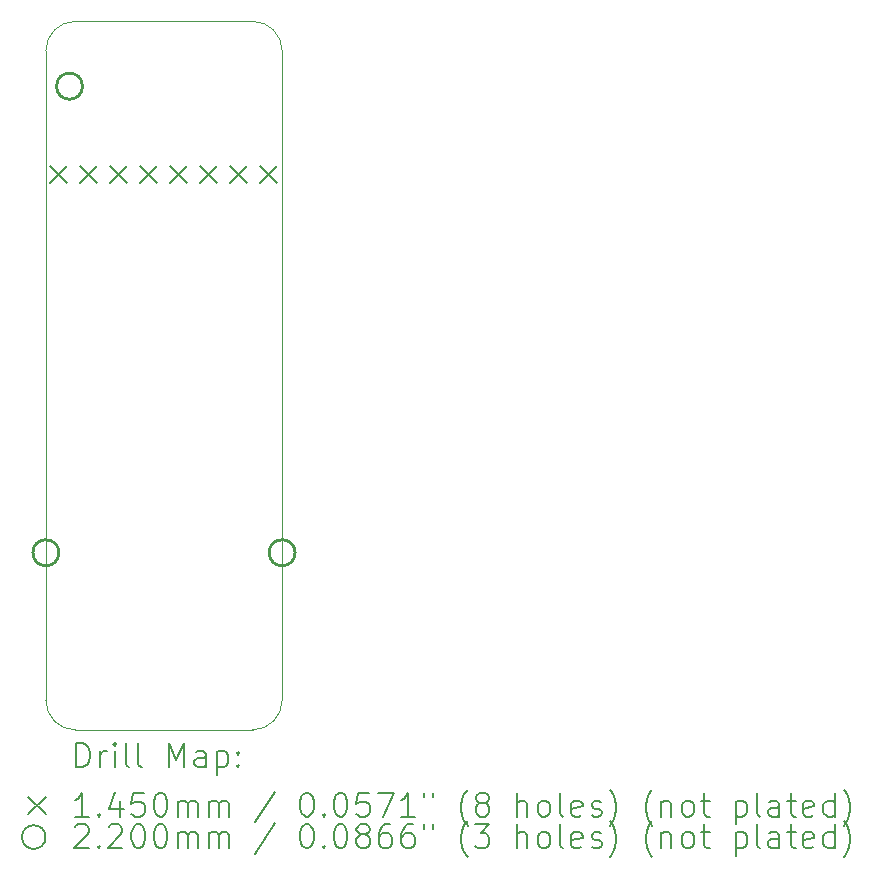
<source format=gbr>
%TF.GenerationSoftware,KiCad,Pcbnew,8.0.7+1*%
%TF.CreationDate,2025-02-11T11:56:57+01:00*%
%TF.ProjectId,ts13_dev_kit,74733133-5f64-4657-965f-6b69742e6b69,rev?*%
%TF.SameCoordinates,Original*%
%TF.FileFunction,Drillmap*%
%TF.FilePolarity,Positive*%
%FSLAX45Y45*%
G04 Gerber Fmt 4.5, Leading zero omitted, Abs format (unit mm)*
G04 Created by KiCad (PCBNEW 8.0.7+1) date 2025-02-11 11:56:57*
%MOMM*%
%LPD*%
G01*
G04 APERTURE LIST*
%ADD10C,0.050000*%
%ADD11C,0.200000*%
%ADD12C,0.145000*%
%ADD13C,0.220000*%
G04 APERTURE END LIST*
D10*
X12250000Y-11000000D02*
X13750000Y-11000000D01*
X13750000Y-5000000D02*
X12250000Y-5000000D01*
X12000000Y-5250000D02*
G75*
G02*
X12250000Y-5000000I250000J0D01*
G01*
X13750000Y-5000000D02*
G75*
G02*
X14000000Y-5250000I0J-250000D01*
G01*
X12000000Y-5250000D02*
X12000000Y-10750000D01*
X12250000Y-11000000D02*
G75*
G02*
X12000000Y-10750000I0J250000D01*
G01*
X14000000Y-10750000D02*
X14000000Y-5250000D01*
X14000000Y-10750000D02*
G75*
G02*
X13750000Y-11000000I-250000J0D01*
G01*
D11*
D12*
X12036500Y-6227500D02*
X12181500Y-6372500D01*
X12181500Y-6227500D02*
X12036500Y-6372500D01*
X12290500Y-6227500D02*
X12435500Y-6372500D01*
X12435500Y-6227500D02*
X12290500Y-6372500D01*
X12544500Y-6227500D02*
X12689500Y-6372500D01*
X12689500Y-6227500D02*
X12544500Y-6372500D01*
X12798500Y-6227500D02*
X12943500Y-6372500D01*
X12943500Y-6227500D02*
X12798500Y-6372500D01*
X13052500Y-6227500D02*
X13197500Y-6372500D01*
X13197500Y-6227500D02*
X13052500Y-6372500D01*
X13306500Y-6227500D02*
X13451500Y-6372500D01*
X13451500Y-6227500D02*
X13306500Y-6372500D01*
X13560500Y-6227500D02*
X13705500Y-6372500D01*
X13705500Y-6227500D02*
X13560500Y-6372500D01*
X13814500Y-6227500D02*
X13959500Y-6372500D01*
X13959500Y-6227500D02*
X13814500Y-6372500D01*
D13*
X12110000Y-9500000D02*
G75*
G02*
X11890000Y-9500000I-110000J0D01*
G01*
X11890000Y-9500000D02*
G75*
G02*
X12110000Y-9500000I110000J0D01*
G01*
X12310000Y-5550000D02*
G75*
G02*
X12090000Y-5550000I-110000J0D01*
G01*
X12090000Y-5550000D02*
G75*
G02*
X12310000Y-5550000I110000J0D01*
G01*
X14110000Y-9500000D02*
G75*
G02*
X13890000Y-9500000I-110000J0D01*
G01*
X13890000Y-9500000D02*
G75*
G02*
X14110000Y-9500000I110000J0D01*
G01*
D11*
X12258277Y-11313984D02*
X12258277Y-11113984D01*
X12258277Y-11113984D02*
X12305896Y-11113984D01*
X12305896Y-11113984D02*
X12334467Y-11123508D01*
X12334467Y-11123508D02*
X12353515Y-11142555D01*
X12353515Y-11142555D02*
X12363039Y-11161603D01*
X12363039Y-11161603D02*
X12372562Y-11199698D01*
X12372562Y-11199698D02*
X12372562Y-11228269D01*
X12372562Y-11228269D02*
X12363039Y-11266365D01*
X12363039Y-11266365D02*
X12353515Y-11285412D01*
X12353515Y-11285412D02*
X12334467Y-11304460D01*
X12334467Y-11304460D02*
X12305896Y-11313984D01*
X12305896Y-11313984D02*
X12258277Y-11313984D01*
X12458277Y-11313984D02*
X12458277Y-11180650D01*
X12458277Y-11218746D02*
X12467801Y-11199698D01*
X12467801Y-11199698D02*
X12477324Y-11190174D01*
X12477324Y-11190174D02*
X12496372Y-11180650D01*
X12496372Y-11180650D02*
X12515420Y-11180650D01*
X12582086Y-11313984D02*
X12582086Y-11180650D01*
X12582086Y-11113984D02*
X12572562Y-11123508D01*
X12572562Y-11123508D02*
X12582086Y-11133031D01*
X12582086Y-11133031D02*
X12591610Y-11123508D01*
X12591610Y-11123508D02*
X12582086Y-11113984D01*
X12582086Y-11113984D02*
X12582086Y-11133031D01*
X12705896Y-11313984D02*
X12686848Y-11304460D01*
X12686848Y-11304460D02*
X12677324Y-11285412D01*
X12677324Y-11285412D02*
X12677324Y-11113984D01*
X12810658Y-11313984D02*
X12791610Y-11304460D01*
X12791610Y-11304460D02*
X12782086Y-11285412D01*
X12782086Y-11285412D02*
X12782086Y-11113984D01*
X13039229Y-11313984D02*
X13039229Y-11113984D01*
X13039229Y-11113984D02*
X13105896Y-11256841D01*
X13105896Y-11256841D02*
X13172562Y-11113984D01*
X13172562Y-11113984D02*
X13172562Y-11313984D01*
X13353515Y-11313984D02*
X13353515Y-11209222D01*
X13353515Y-11209222D02*
X13343991Y-11190174D01*
X13343991Y-11190174D02*
X13324943Y-11180650D01*
X13324943Y-11180650D02*
X13286848Y-11180650D01*
X13286848Y-11180650D02*
X13267801Y-11190174D01*
X13353515Y-11304460D02*
X13334467Y-11313984D01*
X13334467Y-11313984D02*
X13286848Y-11313984D01*
X13286848Y-11313984D02*
X13267801Y-11304460D01*
X13267801Y-11304460D02*
X13258277Y-11285412D01*
X13258277Y-11285412D02*
X13258277Y-11266365D01*
X13258277Y-11266365D02*
X13267801Y-11247317D01*
X13267801Y-11247317D02*
X13286848Y-11237793D01*
X13286848Y-11237793D02*
X13334467Y-11237793D01*
X13334467Y-11237793D02*
X13353515Y-11228269D01*
X13448753Y-11180650D02*
X13448753Y-11380650D01*
X13448753Y-11190174D02*
X13467801Y-11180650D01*
X13467801Y-11180650D02*
X13505896Y-11180650D01*
X13505896Y-11180650D02*
X13524943Y-11190174D01*
X13524943Y-11190174D02*
X13534467Y-11199698D01*
X13534467Y-11199698D02*
X13543991Y-11218746D01*
X13543991Y-11218746D02*
X13543991Y-11275888D01*
X13543991Y-11275888D02*
X13534467Y-11294936D01*
X13534467Y-11294936D02*
X13524943Y-11304460D01*
X13524943Y-11304460D02*
X13505896Y-11313984D01*
X13505896Y-11313984D02*
X13467801Y-11313984D01*
X13467801Y-11313984D02*
X13448753Y-11304460D01*
X13629705Y-11294936D02*
X13639229Y-11304460D01*
X13639229Y-11304460D02*
X13629705Y-11313984D01*
X13629705Y-11313984D02*
X13620182Y-11304460D01*
X13620182Y-11304460D02*
X13629705Y-11294936D01*
X13629705Y-11294936D02*
X13629705Y-11313984D01*
X13629705Y-11190174D02*
X13639229Y-11199698D01*
X13639229Y-11199698D02*
X13629705Y-11209222D01*
X13629705Y-11209222D02*
X13620182Y-11199698D01*
X13620182Y-11199698D02*
X13629705Y-11190174D01*
X13629705Y-11190174D02*
X13629705Y-11209222D01*
D12*
X11852500Y-11570000D02*
X11997500Y-11715000D01*
X11997500Y-11570000D02*
X11852500Y-11715000D01*
D11*
X12363039Y-11733984D02*
X12248753Y-11733984D01*
X12305896Y-11733984D02*
X12305896Y-11533984D01*
X12305896Y-11533984D02*
X12286848Y-11562555D01*
X12286848Y-11562555D02*
X12267801Y-11581603D01*
X12267801Y-11581603D02*
X12248753Y-11591127D01*
X12448753Y-11714936D02*
X12458277Y-11724460D01*
X12458277Y-11724460D02*
X12448753Y-11733984D01*
X12448753Y-11733984D02*
X12439229Y-11724460D01*
X12439229Y-11724460D02*
X12448753Y-11714936D01*
X12448753Y-11714936D02*
X12448753Y-11733984D01*
X12629705Y-11600650D02*
X12629705Y-11733984D01*
X12582086Y-11524460D02*
X12534467Y-11667317D01*
X12534467Y-11667317D02*
X12658277Y-11667317D01*
X12829705Y-11533984D02*
X12734467Y-11533984D01*
X12734467Y-11533984D02*
X12724943Y-11629222D01*
X12724943Y-11629222D02*
X12734467Y-11619698D01*
X12734467Y-11619698D02*
X12753515Y-11610174D01*
X12753515Y-11610174D02*
X12801134Y-11610174D01*
X12801134Y-11610174D02*
X12820182Y-11619698D01*
X12820182Y-11619698D02*
X12829705Y-11629222D01*
X12829705Y-11629222D02*
X12839229Y-11648269D01*
X12839229Y-11648269D02*
X12839229Y-11695888D01*
X12839229Y-11695888D02*
X12829705Y-11714936D01*
X12829705Y-11714936D02*
X12820182Y-11724460D01*
X12820182Y-11724460D02*
X12801134Y-11733984D01*
X12801134Y-11733984D02*
X12753515Y-11733984D01*
X12753515Y-11733984D02*
X12734467Y-11724460D01*
X12734467Y-11724460D02*
X12724943Y-11714936D01*
X12963039Y-11533984D02*
X12982086Y-11533984D01*
X12982086Y-11533984D02*
X13001134Y-11543508D01*
X13001134Y-11543508D02*
X13010658Y-11553031D01*
X13010658Y-11553031D02*
X13020182Y-11572079D01*
X13020182Y-11572079D02*
X13029705Y-11610174D01*
X13029705Y-11610174D02*
X13029705Y-11657793D01*
X13029705Y-11657793D02*
X13020182Y-11695888D01*
X13020182Y-11695888D02*
X13010658Y-11714936D01*
X13010658Y-11714936D02*
X13001134Y-11724460D01*
X13001134Y-11724460D02*
X12982086Y-11733984D01*
X12982086Y-11733984D02*
X12963039Y-11733984D01*
X12963039Y-11733984D02*
X12943991Y-11724460D01*
X12943991Y-11724460D02*
X12934467Y-11714936D01*
X12934467Y-11714936D02*
X12924943Y-11695888D01*
X12924943Y-11695888D02*
X12915420Y-11657793D01*
X12915420Y-11657793D02*
X12915420Y-11610174D01*
X12915420Y-11610174D02*
X12924943Y-11572079D01*
X12924943Y-11572079D02*
X12934467Y-11553031D01*
X12934467Y-11553031D02*
X12943991Y-11543508D01*
X12943991Y-11543508D02*
X12963039Y-11533984D01*
X13115420Y-11733984D02*
X13115420Y-11600650D01*
X13115420Y-11619698D02*
X13124943Y-11610174D01*
X13124943Y-11610174D02*
X13143991Y-11600650D01*
X13143991Y-11600650D02*
X13172563Y-11600650D01*
X13172563Y-11600650D02*
X13191610Y-11610174D01*
X13191610Y-11610174D02*
X13201134Y-11629222D01*
X13201134Y-11629222D02*
X13201134Y-11733984D01*
X13201134Y-11629222D02*
X13210658Y-11610174D01*
X13210658Y-11610174D02*
X13229705Y-11600650D01*
X13229705Y-11600650D02*
X13258277Y-11600650D01*
X13258277Y-11600650D02*
X13277324Y-11610174D01*
X13277324Y-11610174D02*
X13286848Y-11629222D01*
X13286848Y-11629222D02*
X13286848Y-11733984D01*
X13382086Y-11733984D02*
X13382086Y-11600650D01*
X13382086Y-11619698D02*
X13391610Y-11610174D01*
X13391610Y-11610174D02*
X13410658Y-11600650D01*
X13410658Y-11600650D02*
X13439229Y-11600650D01*
X13439229Y-11600650D02*
X13458277Y-11610174D01*
X13458277Y-11610174D02*
X13467801Y-11629222D01*
X13467801Y-11629222D02*
X13467801Y-11733984D01*
X13467801Y-11629222D02*
X13477324Y-11610174D01*
X13477324Y-11610174D02*
X13496372Y-11600650D01*
X13496372Y-11600650D02*
X13524943Y-11600650D01*
X13524943Y-11600650D02*
X13543991Y-11610174D01*
X13543991Y-11610174D02*
X13553515Y-11629222D01*
X13553515Y-11629222D02*
X13553515Y-11733984D01*
X13943991Y-11524460D02*
X13772563Y-11781603D01*
X14201134Y-11533984D02*
X14220182Y-11533984D01*
X14220182Y-11533984D02*
X14239229Y-11543508D01*
X14239229Y-11543508D02*
X14248753Y-11553031D01*
X14248753Y-11553031D02*
X14258277Y-11572079D01*
X14258277Y-11572079D02*
X14267801Y-11610174D01*
X14267801Y-11610174D02*
X14267801Y-11657793D01*
X14267801Y-11657793D02*
X14258277Y-11695888D01*
X14258277Y-11695888D02*
X14248753Y-11714936D01*
X14248753Y-11714936D02*
X14239229Y-11724460D01*
X14239229Y-11724460D02*
X14220182Y-11733984D01*
X14220182Y-11733984D02*
X14201134Y-11733984D01*
X14201134Y-11733984D02*
X14182086Y-11724460D01*
X14182086Y-11724460D02*
X14172563Y-11714936D01*
X14172563Y-11714936D02*
X14163039Y-11695888D01*
X14163039Y-11695888D02*
X14153515Y-11657793D01*
X14153515Y-11657793D02*
X14153515Y-11610174D01*
X14153515Y-11610174D02*
X14163039Y-11572079D01*
X14163039Y-11572079D02*
X14172563Y-11553031D01*
X14172563Y-11553031D02*
X14182086Y-11543508D01*
X14182086Y-11543508D02*
X14201134Y-11533984D01*
X14353515Y-11714936D02*
X14363039Y-11724460D01*
X14363039Y-11724460D02*
X14353515Y-11733984D01*
X14353515Y-11733984D02*
X14343991Y-11724460D01*
X14343991Y-11724460D02*
X14353515Y-11714936D01*
X14353515Y-11714936D02*
X14353515Y-11733984D01*
X14486848Y-11533984D02*
X14505896Y-11533984D01*
X14505896Y-11533984D02*
X14524944Y-11543508D01*
X14524944Y-11543508D02*
X14534467Y-11553031D01*
X14534467Y-11553031D02*
X14543991Y-11572079D01*
X14543991Y-11572079D02*
X14553515Y-11610174D01*
X14553515Y-11610174D02*
X14553515Y-11657793D01*
X14553515Y-11657793D02*
X14543991Y-11695888D01*
X14543991Y-11695888D02*
X14534467Y-11714936D01*
X14534467Y-11714936D02*
X14524944Y-11724460D01*
X14524944Y-11724460D02*
X14505896Y-11733984D01*
X14505896Y-11733984D02*
X14486848Y-11733984D01*
X14486848Y-11733984D02*
X14467801Y-11724460D01*
X14467801Y-11724460D02*
X14458277Y-11714936D01*
X14458277Y-11714936D02*
X14448753Y-11695888D01*
X14448753Y-11695888D02*
X14439229Y-11657793D01*
X14439229Y-11657793D02*
X14439229Y-11610174D01*
X14439229Y-11610174D02*
X14448753Y-11572079D01*
X14448753Y-11572079D02*
X14458277Y-11553031D01*
X14458277Y-11553031D02*
X14467801Y-11543508D01*
X14467801Y-11543508D02*
X14486848Y-11533984D01*
X14734467Y-11533984D02*
X14639229Y-11533984D01*
X14639229Y-11533984D02*
X14629706Y-11629222D01*
X14629706Y-11629222D02*
X14639229Y-11619698D01*
X14639229Y-11619698D02*
X14658277Y-11610174D01*
X14658277Y-11610174D02*
X14705896Y-11610174D01*
X14705896Y-11610174D02*
X14724944Y-11619698D01*
X14724944Y-11619698D02*
X14734467Y-11629222D01*
X14734467Y-11629222D02*
X14743991Y-11648269D01*
X14743991Y-11648269D02*
X14743991Y-11695888D01*
X14743991Y-11695888D02*
X14734467Y-11714936D01*
X14734467Y-11714936D02*
X14724944Y-11724460D01*
X14724944Y-11724460D02*
X14705896Y-11733984D01*
X14705896Y-11733984D02*
X14658277Y-11733984D01*
X14658277Y-11733984D02*
X14639229Y-11724460D01*
X14639229Y-11724460D02*
X14629706Y-11714936D01*
X14810658Y-11533984D02*
X14943991Y-11533984D01*
X14943991Y-11533984D02*
X14858277Y-11733984D01*
X15124944Y-11733984D02*
X15010658Y-11733984D01*
X15067801Y-11733984D02*
X15067801Y-11533984D01*
X15067801Y-11533984D02*
X15048753Y-11562555D01*
X15048753Y-11562555D02*
X15029706Y-11581603D01*
X15029706Y-11581603D02*
X15010658Y-11591127D01*
X15201134Y-11533984D02*
X15201134Y-11572079D01*
X15277325Y-11533984D02*
X15277325Y-11572079D01*
X15572563Y-11810174D02*
X15563039Y-11800650D01*
X15563039Y-11800650D02*
X15543991Y-11772079D01*
X15543991Y-11772079D02*
X15534468Y-11753031D01*
X15534468Y-11753031D02*
X15524944Y-11724460D01*
X15524944Y-11724460D02*
X15515420Y-11676841D01*
X15515420Y-11676841D02*
X15515420Y-11638746D01*
X15515420Y-11638746D02*
X15524944Y-11591127D01*
X15524944Y-11591127D02*
X15534468Y-11562555D01*
X15534468Y-11562555D02*
X15543991Y-11543508D01*
X15543991Y-11543508D02*
X15563039Y-11514936D01*
X15563039Y-11514936D02*
X15572563Y-11505412D01*
X15677325Y-11619698D02*
X15658277Y-11610174D01*
X15658277Y-11610174D02*
X15648753Y-11600650D01*
X15648753Y-11600650D02*
X15639229Y-11581603D01*
X15639229Y-11581603D02*
X15639229Y-11572079D01*
X15639229Y-11572079D02*
X15648753Y-11553031D01*
X15648753Y-11553031D02*
X15658277Y-11543508D01*
X15658277Y-11543508D02*
X15677325Y-11533984D01*
X15677325Y-11533984D02*
X15715420Y-11533984D01*
X15715420Y-11533984D02*
X15734468Y-11543508D01*
X15734468Y-11543508D02*
X15743991Y-11553031D01*
X15743991Y-11553031D02*
X15753515Y-11572079D01*
X15753515Y-11572079D02*
X15753515Y-11581603D01*
X15753515Y-11581603D02*
X15743991Y-11600650D01*
X15743991Y-11600650D02*
X15734468Y-11610174D01*
X15734468Y-11610174D02*
X15715420Y-11619698D01*
X15715420Y-11619698D02*
X15677325Y-11619698D01*
X15677325Y-11619698D02*
X15658277Y-11629222D01*
X15658277Y-11629222D02*
X15648753Y-11638746D01*
X15648753Y-11638746D02*
X15639229Y-11657793D01*
X15639229Y-11657793D02*
X15639229Y-11695888D01*
X15639229Y-11695888D02*
X15648753Y-11714936D01*
X15648753Y-11714936D02*
X15658277Y-11724460D01*
X15658277Y-11724460D02*
X15677325Y-11733984D01*
X15677325Y-11733984D02*
X15715420Y-11733984D01*
X15715420Y-11733984D02*
X15734468Y-11724460D01*
X15734468Y-11724460D02*
X15743991Y-11714936D01*
X15743991Y-11714936D02*
X15753515Y-11695888D01*
X15753515Y-11695888D02*
X15753515Y-11657793D01*
X15753515Y-11657793D02*
X15743991Y-11638746D01*
X15743991Y-11638746D02*
X15734468Y-11629222D01*
X15734468Y-11629222D02*
X15715420Y-11619698D01*
X15991610Y-11733984D02*
X15991610Y-11533984D01*
X16077325Y-11733984D02*
X16077325Y-11629222D01*
X16077325Y-11629222D02*
X16067801Y-11610174D01*
X16067801Y-11610174D02*
X16048753Y-11600650D01*
X16048753Y-11600650D02*
X16020182Y-11600650D01*
X16020182Y-11600650D02*
X16001134Y-11610174D01*
X16001134Y-11610174D02*
X15991610Y-11619698D01*
X16201134Y-11733984D02*
X16182087Y-11724460D01*
X16182087Y-11724460D02*
X16172563Y-11714936D01*
X16172563Y-11714936D02*
X16163039Y-11695888D01*
X16163039Y-11695888D02*
X16163039Y-11638746D01*
X16163039Y-11638746D02*
X16172563Y-11619698D01*
X16172563Y-11619698D02*
X16182087Y-11610174D01*
X16182087Y-11610174D02*
X16201134Y-11600650D01*
X16201134Y-11600650D02*
X16229706Y-11600650D01*
X16229706Y-11600650D02*
X16248753Y-11610174D01*
X16248753Y-11610174D02*
X16258277Y-11619698D01*
X16258277Y-11619698D02*
X16267801Y-11638746D01*
X16267801Y-11638746D02*
X16267801Y-11695888D01*
X16267801Y-11695888D02*
X16258277Y-11714936D01*
X16258277Y-11714936D02*
X16248753Y-11724460D01*
X16248753Y-11724460D02*
X16229706Y-11733984D01*
X16229706Y-11733984D02*
X16201134Y-11733984D01*
X16382087Y-11733984D02*
X16363039Y-11724460D01*
X16363039Y-11724460D02*
X16353515Y-11705412D01*
X16353515Y-11705412D02*
X16353515Y-11533984D01*
X16534468Y-11724460D02*
X16515420Y-11733984D01*
X16515420Y-11733984D02*
X16477325Y-11733984D01*
X16477325Y-11733984D02*
X16458277Y-11724460D01*
X16458277Y-11724460D02*
X16448753Y-11705412D01*
X16448753Y-11705412D02*
X16448753Y-11629222D01*
X16448753Y-11629222D02*
X16458277Y-11610174D01*
X16458277Y-11610174D02*
X16477325Y-11600650D01*
X16477325Y-11600650D02*
X16515420Y-11600650D01*
X16515420Y-11600650D02*
X16534468Y-11610174D01*
X16534468Y-11610174D02*
X16543991Y-11629222D01*
X16543991Y-11629222D02*
X16543991Y-11648269D01*
X16543991Y-11648269D02*
X16448753Y-11667317D01*
X16620182Y-11724460D02*
X16639230Y-11733984D01*
X16639230Y-11733984D02*
X16677325Y-11733984D01*
X16677325Y-11733984D02*
X16696372Y-11724460D01*
X16696372Y-11724460D02*
X16705896Y-11705412D01*
X16705896Y-11705412D02*
X16705896Y-11695888D01*
X16705896Y-11695888D02*
X16696372Y-11676841D01*
X16696372Y-11676841D02*
X16677325Y-11667317D01*
X16677325Y-11667317D02*
X16648753Y-11667317D01*
X16648753Y-11667317D02*
X16629706Y-11657793D01*
X16629706Y-11657793D02*
X16620182Y-11638746D01*
X16620182Y-11638746D02*
X16620182Y-11629222D01*
X16620182Y-11629222D02*
X16629706Y-11610174D01*
X16629706Y-11610174D02*
X16648753Y-11600650D01*
X16648753Y-11600650D02*
X16677325Y-11600650D01*
X16677325Y-11600650D02*
X16696372Y-11610174D01*
X16772563Y-11810174D02*
X16782087Y-11800650D01*
X16782087Y-11800650D02*
X16801134Y-11772079D01*
X16801134Y-11772079D02*
X16810658Y-11753031D01*
X16810658Y-11753031D02*
X16820182Y-11724460D01*
X16820182Y-11724460D02*
X16829706Y-11676841D01*
X16829706Y-11676841D02*
X16829706Y-11638746D01*
X16829706Y-11638746D02*
X16820182Y-11591127D01*
X16820182Y-11591127D02*
X16810658Y-11562555D01*
X16810658Y-11562555D02*
X16801134Y-11543508D01*
X16801134Y-11543508D02*
X16782087Y-11514936D01*
X16782087Y-11514936D02*
X16772563Y-11505412D01*
X17134468Y-11810174D02*
X17124944Y-11800650D01*
X17124944Y-11800650D02*
X17105896Y-11772079D01*
X17105896Y-11772079D02*
X17096373Y-11753031D01*
X17096373Y-11753031D02*
X17086849Y-11724460D01*
X17086849Y-11724460D02*
X17077325Y-11676841D01*
X17077325Y-11676841D02*
X17077325Y-11638746D01*
X17077325Y-11638746D02*
X17086849Y-11591127D01*
X17086849Y-11591127D02*
X17096373Y-11562555D01*
X17096373Y-11562555D02*
X17105896Y-11543508D01*
X17105896Y-11543508D02*
X17124944Y-11514936D01*
X17124944Y-11514936D02*
X17134468Y-11505412D01*
X17210658Y-11600650D02*
X17210658Y-11733984D01*
X17210658Y-11619698D02*
X17220182Y-11610174D01*
X17220182Y-11610174D02*
X17239230Y-11600650D01*
X17239230Y-11600650D02*
X17267801Y-11600650D01*
X17267801Y-11600650D02*
X17286849Y-11610174D01*
X17286849Y-11610174D02*
X17296373Y-11629222D01*
X17296373Y-11629222D02*
X17296373Y-11733984D01*
X17420182Y-11733984D02*
X17401134Y-11724460D01*
X17401134Y-11724460D02*
X17391611Y-11714936D01*
X17391611Y-11714936D02*
X17382087Y-11695888D01*
X17382087Y-11695888D02*
X17382087Y-11638746D01*
X17382087Y-11638746D02*
X17391611Y-11619698D01*
X17391611Y-11619698D02*
X17401134Y-11610174D01*
X17401134Y-11610174D02*
X17420182Y-11600650D01*
X17420182Y-11600650D02*
X17448754Y-11600650D01*
X17448754Y-11600650D02*
X17467801Y-11610174D01*
X17467801Y-11610174D02*
X17477325Y-11619698D01*
X17477325Y-11619698D02*
X17486849Y-11638746D01*
X17486849Y-11638746D02*
X17486849Y-11695888D01*
X17486849Y-11695888D02*
X17477325Y-11714936D01*
X17477325Y-11714936D02*
X17467801Y-11724460D01*
X17467801Y-11724460D02*
X17448754Y-11733984D01*
X17448754Y-11733984D02*
X17420182Y-11733984D01*
X17543992Y-11600650D02*
X17620182Y-11600650D01*
X17572563Y-11533984D02*
X17572563Y-11705412D01*
X17572563Y-11705412D02*
X17582087Y-11724460D01*
X17582087Y-11724460D02*
X17601134Y-11733984D01*
X17601134Y-11733984D02*
X17620182Y-11733984D01*
X17839230Y-11600650D02*
X17839230Y-11800650D01*
X17839230Y-11610174D02*
X17858277Y-11600650D01*
X17858277Y-11600650D02*
X17896373Y-11600650D01*
X17896373Y-11600650D02*
X17915420Y-11610174D01*
X17915420Y-11610174D02*
X17924944Y-11619698D01*
X17924944Y-11619698D02*
X17934468Y-11638746D01*
X17934468Y-11638746D02*
X17934468Y-11695888D01*
X17934468Y-11695888D02*
X17924944Y-11714936D01*
X17924944Y-11714936D02*
X17915420Y-11724460D01*
X17915420Y-11724460D02*
X17896373Y-11733984D01*
X17896373Y-11733984D02*
X17858277Y-11733984D01*
X17858277Y-11733984D02*
X17839230Y-11724460D01*
X18048754Y-11733984D02*
X18029706Y-11724460D01*
X18029706Y-11724460D02*
X18020182Y-11705412D01*
X18020182Y-11705412D02*
X18020182Y-11533984D01*
X18210658Y-11733984D02*
X18210658Y-11629222D01*
X18210658Y-11629222D02*
X18201135Y-11610174D01*
X18201135Y-11610174D02*
X18182087Y-11600650D01*
X18182087Y-11600650D02*
X18143992Y-11600650D01*
X18143992Y-11600650D02*
X18124944Y-11610174D01*
X18210658Y-11724460D02*
X18191611Y-11733984D01*
X18191611Y-11733984D02*
X18143992Y-11733984D01*
X18143992Y-11733984D02*
X18124944Y-11724460D01*
X18124944Y-11724460D02*
X18115420Y-11705412D01*
X18115420Y-11705412D02*
X18115420Y-11686365D01*
X18115420Y-11686365D02*
X18124944Y-11667317D01*
X18124944Y-11667317D02*
X18143992Y-11657793D01*
X18143992Y-11657793D02*
X18191611Y-11657793D01*
X18191611Y-11657793D02*
X18210658Y-11648269D01*
X18277325Y-11600650D02*
X18353515Y-11600650D01*
X18305896Y-11533984D02*
X18305896Y-11705412D01*
X18305896Y-11705412D02*
X18315420Y-11724460D01*
X18315420Y-11724460D02*
X18334468Y-11733984D01*
X18334468Y-11733984D02*
X18353515Y-11733984D01*
X18496373Y-11724460D02*
X18477325Y-11733984D01*
X18477325Y-11733984D02*
X18439230Y-11733984D01*
X18439230Y-11733984D02*
X18420182Y-11724460D01*
X18420182Y-11724460D02*
X18410658Y-11705412D01*
X18410658Y-11705412D02*
X18410658Y-11629222D01*
X18410658Y-11629222D02*
X18420182Y-11610174D01*
X18420182Y-11610174D02*
X18439230Y-11600650D01*
X18439230Y-11600650D02*
X18477325Y-11600650D01*
X18477325Y-11600650D02*
X18496373Y-11610174D01*
X18496373Y-11610174D02*
X18505896Y-11629222D01*
X18505896Y-11629222D02*
X18505896Y-11648269D01*
X18505896Y-11648269D02*
X18410658Y-11667317D01*
X18677325Y-11733984D02*
X18677325Y-11533984D01*
X18677325Y-11724460D02*
X18658277Y-11733984D01*
X18658277Y-11733984D02*
X18620182Y-11733984D01*
X18620182Y-11733984D02*
X18601135Y-11724460D01*
X18601135Y-11724460D02*
X18591611Y-11714936D01*
X18591611Y-11714936D02*
X18582087Y-11695888D01*
X18582087Y-11695888D02*
X18582087Y-11638746D01*
X18582087Y-11638746D02*
X18591611Y-11619698D01*
X18591611Y-11619698D02*
X18601135Y-11610174D01*
X18601135Y-11610174D02*
X18620182Y-11600650D01*
X18620182Y-11600650D02*
X18658277Y-11600650D01*
X18658277Y-11600650D02*
X18677325Y-11610174D01*
X18753516Y-11810174D02*
X18763039Y-11800650D01*
X18763039Y-11800650D02*
X18782087Y-11772079D01*
X18782087Y-11772079D02*
X18791611Y-11753031D01*
X18791611Y-11753031D02*
X18801135Y-11724460D01*
X18801135Y-11724460D02*
X18810658Y-11676841D01*
X18810658Y-11676841D02*
X18810658Y-11638746D01*
X18810658Y-11638746D02*
X18801135Y-11591127D01*
X18801135Y-11591127D02*
X18791611Y-11562555D01*
X18791611Y-11562555D02*
X18782087Y-11543508D01*
X18782087Y-11543508D02*
X18763039Y-11514936D01*
X18763039Y-11514936D02*
X18753516Y-11505412D01*
X11997500Y-11907500D02*
G75*
G02*
X11797500Y-11907500I-100000J0D01*
G01*
X11797500Y-11907500D02*
G75*
G02*
X11997500Y-11907500I100000J0D01*
G01*
X12248753Y-11818031D02*
X12258277Y-11808508D01*
X12258277Y-11808508D02*
X12277324Y-11798984D01*
X12277324Y-11798984D02*
X12324943Y-11798984D01*
X12324943Y-11798984D02*
X12343991Y-11808508D01*
X12343991Y-11808508D02*
X12353515Y-11818031D01*
X12353515Y-11818031D02*
X12363039Y-11837079D01*
X12363039Y-11837079D02*
X12363039Y-11856127D01*
X12363039Y-11856127D02*
X12353515Y-11884698D01*
X12353515Y-11884698D02*
X12239229Y-11998984D01*
X12239229Y-11998984D02*
X12363039Y-11998984D01*
X12448753Y-11979936D02*
X12458277Y-11989460D01*
X12458277Y-11989460D02*
X12448753Y-11998984D01*
X12448753Y-11998984D02*
X12439229Y-11989460D01*
X12439229Y-11989460D02*
X12448753Y-11979936D01*
X12448753Y-11979936D02*
X12448753Y-11998984D01*
X12534467Y-11818031D02*
X12543991Y-11808508D01*
X12543991Y-11808508D02*
X12563039Y-11798984D01*
X12563039Y-11798984D02*
X12610658Y-11798984D01*
X12610658Y-11798984D02*
X12629705Y-11808508D01*
X12629705Y-11808508D02*
X12639229Y-11818031D01*
X12639229Y-11818031D02*
X12648753Y-11837079D01*
X12648753Y-11837079D02*
X12648753Y-11856127D01*
X12648753Y-11856127D02*
X12639229Y-11884698D01*
X12639229Y-11884698D02*
X12524943Y-11998984D01*
X12524943Y-11998984D02*
X12648753Y-11998984D01*
X12772562Y-11798984D02*
X12791610Y-11798984D01*
X12791610Y-11798984D02*
X12810658Y-11808508D01*
X12810658Y-11808508D02*
X12820182Y-11818031D01*
X12820182Y-11818031D02*
X12829705Y-11837079D01*
X12829705Y-11837079D02*
X12839229Y-11875174D01*
X12839229Y-11875174D02*
X12839229Y-11922793D01*
X12839229Y-11922793D02*
X12829705Y-11960888D01*
X12829705Y-11960888D02*
X12820182Y-11979936D01*
X12820182Y-11979936D02*
X12810658Y-11989460D01*
X12810658Y-11989460D02*
X12791610Y-11998984D01*
X12791610Y-11998984D02*
X12772562Y-11998984D01*
X12772562Y-11998984D02*
X12753515Y-11989460D01*
X12753515Y-11989460D02*
X12743991Y-11979936D01*
X12743991Y-11979936D02*
X12734467Y-11960888D01*
X12734467Y-11960888D02*
X12724943Y-11922793D01*
X12724943Y-11922793D02*
X12724943Y-11875174D01*
X12724943Y-11875174D02*
X12734467Y-11837079D01*
X12734467Y-11837079D02*
X12743991Y-11818031D01*
X12743991Y-11818031D02*
X12753515Y-11808508D01*
X12753515Y-11808508D02*
X12772562Y-11798984D01*
X12963039Y-11798984D02*
X12982086Y-11798984D01*
X12982086Y-11798984D02*
X13001134Y-11808508D01*
X13001134Y-11808508D02*
X13010658Y-11818031D01*
X13010658Y-11818031D02*
X13020182Y-11837079D01*
X13020182Y-11837079D02*
X13029705Y-11875174D01*
X13029705Y-11875174D02*
X13029705Y-11922793D01*
X13029705Y-11922793D02*
X13020182Y-11960888D01*
X13020182Y-11960888D02*
X13010658Y-11979936D01*
X13010658Y-11979936D02*
X13001134Y-11989460D01*
X13001134Y-11989460D02*
X12982086Y-11998984D01*
X12982086Y-11998984D02*
X12963039Y-11998984D01*
X12963039Y-11998984D02*
X12943991Y-11989460D01*
X12943991Y-11989460D02*
X12934467Y-11979936D01*
X12934467Y-11979936D02*
X12924943Y-11960888D01*
X12924943Y-11960888D02*
X12915420Y-11922793D01*
X12915420Y-11922793D02*
X12915420Y-11875174D01*
X12915420Y-11875174D02*
X12924943Y-11837079D01*
X12924943Y-11837079D02*
X12934467Y-11818031D01*
X12934467Y-11818031D02*
X12943991Y-11808508D01*
X12943991Y-11808508D02*
X12963039Y-11798984D01*
X13115420Y-11998984D02*
X13115420Y-11865650D01*
X13115420Y-11884698D02*
X13124943Y-11875174D01*
X13124943Y-11875174D02*
X13143991Y-11865650D01*
X13143991Y-11865650D02*
X13172563Y-11865650D01*
X13172563Y-11865650D02*
X13191610Y-11875174D01*
X13191610Y-11875174D02*
X13201134Y-11894222D01*
X13201134Y-11894222D02*
X13201134Y-11998984D01*
X13201134Y-11894222D02*
X13210658Y-11875174D01*
X13210658Y-11875174D02*
X13229705Y-11865650D01*
X13229705Y-11865650D02*
X13258277Y-11865650D01*
X13258277Y-11865650D02*
X13277324Y-11875174D01*
X13277324Y-11875174D02*
X13286848Y-11894222D01*
X13286848Y-11894222D02*
X13286848Y-11998984D01*
X13382086Y-11998984D02*
X13382086Y-11865650D01*
X13382086Y-11884698D02*
X13391610Y-11875174D01*
X13391610Y-11875174D02*
X13410658Y-11865650D01*
X13410658Y-11865650D02*
X13439229Y-11865650D01*
X13439229Y-11865650D02*
X13458277Y-11875174D01*
X13458277Y-11875174D02*
X13467801Y-11894222D01*
X13467801Y-11894222D02*
X13467801Y-11998984D01*
X13467801Y-11894222D02*
X13477324Y-11875174D01*
X13477324Y-11875174D02*
X13496372Y-11865650D01*
X13496372Y-11865650D02*
X13524943Y-11865650D01*
X13524943Y-11865650D02*
X13543991Y-11875174D01*
X13543991Y-11875174D02*
X13553515Y-11894222D01*
X13553515Y-11894222D02*
X13553515Y-11998984D01*
X13943991Y-11789460D02*
X13772563Y-12046603D01*
X14201134Y-11798984D02*
X14220182Y-11798984D01*
X14220182Y-11798984D02*
X14239229Y-11808508D01*
X14239229Y-11808508D02*
X14248753Y-11818031D01*
X14248753Y-11818031D02*
X14258277Y-11837079D01*
X14258277Y-11837079D02*
X14267801Y-11875174D01*
X14267801Y-11875174D02*
X14267801Y-11922793D01*
X14267801Y-11922793D02*
X14258277Y-11960888D01*
X14258277Y-11960888D02*
X14248753Y-11979936D01*
X14248753Y-11979936D02*
X14239229Y-11989460D01*
X14239229Y-11989460D02*
X14220182Y-11998984D01*
X14220182Y-11998984D02*
X14201134Y-11998984D01*
X14201134Y-11998984D02*
X14182086Y-11989460D01*
X14182086Y-11989460D02*
X14172563Y-11979936D01*
X14172563Y-11979936D02*
X14163039Y-11960888D01*
X14163039Y-11960888D02*
X14153515Y-11922793D01*
X14153515Y-11922793D02*
X14153515Y-11875174D01*
X14153515Y-11875174D02*
X14163039Y-11837079D01*
X14163039Y-11837079D02*
X14172563Y-11818031D01*
X14172563Y-11818031D02*
X14182086Y-11808508D01*
X14182086Y-11808508D02*
X14201134Y-11798984D01*
X14353515Y-11979936D02*
X14363039Y-11989460D01*
X14363039Y-11989460D02*
X14353515Y-11998984D01*
X14353515Y-11998984D02*
X14343991Y-11989460D01*
X14343991Y-11989460D02*
X14353515Y-11979936D01*
X14353515Y-11979936D02*
X14353515Y-11998984D01*
X14486848Y-11798984D02*
X14505896Y-11798984D01*
X14505896Y-11798984D02*
X14524944Y-11808508D01*
X14524944Y-11808508D02*
X14534467Y-11818031D01*
X14534467Y-11818031D02*
X14543991Y-11837079D01*
X14543991Y-11837079D02*
X14553515Y-11875174D01*
X14553515Y-11875174D02*
X14553515Y-11922793D01*
X14553515Y-11922793D02*
X14543991Y-11960888D01*
X14543991Y-11960888D02*
X14534467Y-11979936D01*
X14534467Y-11979936D02*
X14524944Y-11989460D01*
X14524944Y-11989460D02*
X14505896Y-11998984D01*
X14505896Y-11998984D02*
X14486848Y-11998984D01*
X14486848Y-11998984D02*
X14467801Y-11989460D01*
X14467801Y-11989460D02*
X14458277Y-11979936D01*
X14458277Y-11979936D02*
X14448753Y-11960888D01*
X14448753Y-11960888D02*
X14439229Y-11922793D01*
X14439229Y-11922793D02*
X14439229Y-11875174D01*
X14439229Y-11875174D02*
X14448753Y-11837079D01*
X14448753Y-11837079D02*
X14458277Y-11818031D01*
X14458277Y-11818031D02*
X14467801Y-11808508D01*
X14467801Y-11808508D02*
X14486848Y-11798984D01*
X14667801Y-11884698D02*
X14648753Y-11875174D01*
X14648753Y-11875174D02*
X14639229Y-11865650D01*
X14639229Y-11865650D02*
X14629706Y-11846603D01*
X14629706Y-11846603D02*
X14629706Y-11837079D01*
X14629706Y-11837079D02*
X14639229Y-11818031D01*
X14639229Y-11818031D02*
X14648753Y-11808508D01*
X14648753Y-11808508D02*
X14667801Y-11798984D01*
X14667801Y-11798984D02*
X14705896Y-11798984D01*
X14705896Y-11798984D02*
X14724944Y-11808508D01*
X14724944Y-11808508D02*
X14734467Y-11818031D01*
X14734467Y-11818031D02*
X14743991Y-11837079D01*
X14743991Y-11837079D02*
X14743991Y-11846603D01*
X14743991Y-11846603D02*
X14734467Y-11865650D01*
X14734467Y-11865650D02*
X14724944Y-11875174D01*
X14724944Y-11875174D02*
X14705896Y-11884698D01*
X14705896Y-11884698D02*
X14667801Y-11884698D01*
X14667801Y-11884698D02*
X14648753Y-11894222D01*
X14648753Y-11894222D02*
X14639229Y-11903746D01*
X14639229Y-11903746D02*
X14629706Y-11922793D01*
X14629706Y-11922793D02*
X14629706Y-11960888D01*
X14629706Y-11960888D02*
X14639229Y-11979936D01*
X14639229Y-11979936D02*
X14648753Y-11989460D01*
X14648753Y-11989460D02*
X14667801Y-11998984D01*
X14667801Y-11998984D02*
X14705896Y-11998984D01*
X14705896Y-11998984D02*
X14724944Y-11989460D01*
X14724944Y-11989460D02*
X14734467Y-11979936D01*
X14734467Y-11979936D02*
X14743991Y-11960888D01*
X14743991Y-11960888D02*
X14743991Y-11922793D01*
X14743991Y-11922793D02*
X14734467Y-11903746D01*
X14734467Y-11903746D02*
X14724944Y-11894222D01*
X14724944Y-11894222D02*
X14705896Y-11884698D01*
X14915420Y-11798984D02*
X14877325Y-11798984D01*
X14877325Y-11798984D02*
X14858277Y-11808508D01*
X14858277Y-11808508D02*
X14848753Y-11818031D01*
X14848753Y-11818031D02*
X14829706Y-11846603D01*
X14829706Y-11846603D02*
X14820182Y-11884698D01*
X14820182Y-11884698D02*
X14820182Y-11960888D01*
X14820182Y-11960888D02*
X14829706Y-11979936D01*
X14829706Y-11979936D02*
X14839229Y-11989460D01*
X14839229Y-11989460D02*
X14858277Y-11998984D01*
X14858277Y-11998984D02*
X14896372Y-11998984D01*
X14896372Y-11998984D02*
X14915420Y-11989460D01*
X14915420Y-11989460D02*
X14924944Y-11979936D01*
X14924944Y-11979936D02*
X14934467Y-11960888D01*
X14934467Y-11960888D02*
X14934467Y-11913269D01*
X14934467Y-11913269D02*
X14924944Y-11894222D01*
X14924944Y-11894222D02*
X14915420Y-11884698D01*
X14915420Y-11884698D02*
X14896372Y-11875174D01*
X14896372Y-11875174D02*
X14858277Y-11875174D01*
X14858277Y-11875174D02*
X14839229Y-11884698D01*
X14839229Y-11884698D02*
X14829706Y-11894222D01*
X14829706Y-11894222D02*
X14820182Y-11913269D01*
X15105896Y-11798984D02*
X15067801Y-11798984D01*
X15067801Y-11798984D02*
X15048753Y-11808508D01*
X15048753Y-11808508D02*
X15039229Y-11818031D01*
X15039229Y-11818031D02*
X15020182Y-11846603D01*
X15020182Y-11846603D02*
X15010658Y-11884698D01*
X15010658Y-11884698D02*
X15010658Y-11960888D01*
X15010658Y-11960888D02*
X15020182Y-11979936D01*
X15020182Y-11979936D02*
X15029706Y-11989460D01*
X15029706Y-11989460D02*
X15048753Y-11998984D01*
X15048753Y-11998984D02*
X15086848Y-11998984D01*
X15086848Y-11998984D02*
X15105896Y-11989460D01*
X15105896Y-11989460D02*
X15115420Y-11979936D01*
X15115420Y-11979936D02*
X15124944Y-11960888D01*
X15124944Y-11960888D02*
X15124944Y-11913269D01*
X15124944Y-11913269D02*
X15115420Y-11894222D01*
X15115420Y-11894222D02*
X15105896Y-11884698D01*
X15105896Y-11884698D02*
X15086848Y-11875174D01*
X15086848Y-11875174D02*
X15048753Y-11875174D01*
X15048753Y-11875174D02*
X15029706Y-11884698D01*
X15029706Y-11884698D02*
X15020182Y-11894222D01*
X15020182Y-11894222D02*
X15010658Y-11913269D01*
X15201134Y-11798984D02*
X15201134Y-11837079D01*
X15277325Y-11798984D02*
X15277325Y-11837079D01*
X15572563Y-12075174D02*
X15563039Y-12065650D01*
X15563039Y-12065650D02*
X15543991Y-12037079D01*
X15543991Y-12037079D02*
X15534468Y-12018031D01*
X15534468Y-12018031D02*
X15524944Y-11989460D01*
X15524944Y-11989460D02*
X15515420Y-11941841D01*
X15515420Y-11941841D02*
X15515420Y-11903746D01*
X15515420Y-11903746D02*
X15524944Y-11856127D01*
X15524944Y-11856127D02*
X15534468Y-11827555D01*
X15534468Y-11827555D02*
X15543991Y-11808508D01*
X15543991Y-11808508D02*
X15563039Y-11779936D01*
X15563039Y-11779936D02*
X15572563Y-11770412D01*
X15629706Y-11798984D02*
X15753515Y-11798984D01*
X15753515Y-11798984D02*
X15686848Y-11875174D01*
X15686848Y-11875174D02*
X15715420Y-11875174D01*
X15715420Y-11875174D02*
X15734468Y-11884698D01*
X15734468Y-11884698D02*
X15743991Y-11894222D01*
X15743991Y-11894222D02*
X15753515Y-11913269D01*
X15753515Y-11913269D02*
X15753515Y-11960888D01*
X15753515Y-11960888D02*
X15743991Y-11979936D01*
X15743991Y-11979936D02*
X15734468Y-11989460D01*
X15734468Y-11989460D02*
X15715420Y-11998984D01*
X15715420Y-11998984D02*
X15658277Y-11998984D01*
X15658277Y-11998984D02*
X15639229Y-11989460D01*
X15639229Y-11989460D02*
X15629706Y-11979936D01*
X15991610Y-11998984D02*
X15991610Y-11798984D01*
X16077325Y-11998984D02*
X16077325Y-11894222D01*
X16077325Y-11894222D02*
X16067801Y-11875174D01*
X16067801Y-11875174D02*
X16048753Y-11865650D01*
X16048753Y-11865650D02*
X16020182Y-11865650D01*
X16020182Y-11865650D02*
X16001134Y-11875174D01*
X16001134Y-11875174D02*
X15991610Y-11884698D01*
X16201134Y-11998984D02*
X16182087Y-11989460D01*
X16182087Y-11989460D02*
X16172563Y-11979936D01*
X16172563Y-11979936D02*
X16163039Y-11960888D01*
X16163039Y-11960888D02*
X16163039Y-11903746D01*
X16163039Y-11903746D02*
X16172563Y-11884698D01*
X16172563Y-11884698D02*
X16182087Y-11875174D01*
X16182087Y-11875174D02*
X16201134Y-11865650D01*
X16201134Y-11865650D02*
X16229706Y-11865650D01*
X16229706Y-11865650D02*
X16248753Y-11875174D01*
X16248753Y-11875174D02*
X16258277Y-11884698D01*
X16258277Y-11884698D02*
X16267801Y-11903746D01*
X16267801Y-11903746D02*
X16267801Y-11960888D01*
X16267801Y-11960888D02*
X16258277Y-11979936D01*
X16258277Y-11979936D02*
X16248753Y-11989460D01*
X16248753Y-11989460D02*
X16229706Y-11998984D01*
X16229706Y-11998984D02*
X16201134Y-11998984D01*
X16382087Y-11998984D02*
X16363039Y-11989460D01*
X16363039Y-11989460D02*
X16353515Y-11970412D01*
X16353515Y-11970412D02*
X16353515Y-11798984D01*
X16534468Y-11989460D02*
X16515420Y-11998984D01*
X16515420Y-11998984D02*
X16477325Y-11998984D01*
X16477325Y-11998984D02*
X16458277Y-11989460D01*
X16458277Y-11989460D02*
X16448753Y-11970412D01*
X16448753Y-11970412D02*
X16448753Y-11894222D01*
X16448753Y-11894222D02*
X16458277Y-11875174D01*
X16458277Y-11875174D02*
X16477325Y-11865650D01*
X16477325Y-11865650D02*
X16515420Y-11865650D01*
X16515420Y-11865650D02*
X16534468Y-11875174D01*
X16534468Y-11875174D02*
X16543991Y-11894222D01*
X16543991Y-11894222D02*
X16543991Y-11913269D01*
X16543991Y-11913269D02*
X16448753Y-11932317D01*
X16620182Y-11989460D02*
X16639230Y-11998984D01*
X16639230Y-11998984D02*
X16677325Y-11998984D01*
X16677325Y-11998984D02*
X16696372Y-11989460D01*
X16696372Y-11989460D02*
X16705896Y-11970412D01*
X16705896Y-11970412D02*
X16705896Y-11960888D01*
X16705896Y-11960888D02*
X16696372Y-11941841D01*
X16696372Y-11941841D02*
X16677325Y-11932317D01*
X16677325Y-11932317D02*
X16648753Y-11932317D01*
X16648753Y-11932317D02*
X16629706Y-11922793D01*
X16629706Y-11922793D02*
X16620182Y-11903746D01*
X16620182Y-11903746D02*
X16620182Y-11894222D01*
X16620182Y-11894222D02*
X16629706Y-11875174D01*
X16629706Y-11875174D02*
X16648753Y-11865650D01*
X16648753Y-11865650D02*
X16677325Y-11865650D01*
X16677325Y-11865650D02*
X16696372Y-11875174D01*
X16772563Y-12075174D02*
X16782087Y-12065650D01*
X16782087Y-12065650D02*
X16801134Y-12037079D01*
X16801134Y-12037079D02*
X16810658Y-12018031D01*
X16810658Y-12018031D02*
X16820182Y-11989460D01*
X16820182Y-11989460D02*
X16829706Y-11941841D01*
X16829706Y-11941841D02*
X16829706Y-11903746D01*
X16829706Y-11903746D02*
X16820182Y-11856127D01*
X16820182Y-11856127D02*
X16810658Y-11827555D01*
X16810658Y-11827555D02*
X16801134Y-11808508D01*
X16801134Y-11808508D02*
X16782087Y-11779936D01*
X16782087Y-11779936D02*
X16772563Y-11770412D01*
X17134468Y-12075174D02*
X17124944Y-12065650D01*
X17124944Y-12065650D02*
X17105896Y-12037079D01*
X17105896Y-12037079D02*
X17096373Y-12018031D01*
X17096373Y-12018031D02*
X17086849Y-11989460D01*
X17086849Y-11989460D02*
X17077325Y-11941841D01*
X17077325Y-11941841D02*
X17077325Y-11903746D01*
X17077325Y-11903746D02*
X17086849Y-11856127D01*
X17086849Y-11856127D02*
X17096373Y-11827555D01*
X17096373Y-11827555D02*
X17105896Y-11808508D01*
X17105896Y-11808508D02*
X17124944Y-11779936D01*
X17124944Y-11779936D02*
X17134468Y-11770412D01*
X17210658Y-11865650D02*
X17210658Y-11998984D01*
X17210658Y-11884698D02*
X17220182Y-11875174D01*
X17220182Y-11875174D02*
X17239230Y-11865650D01*
X17239230Y-11865650D02*
X17267801Y-11865650D01*
X17267801Y-11865650D02*
X17286849Y-11875174D01*
X17286849Y-11875174D02*
X17296373Y-11894222D01*
X17296373Y-11894222D02*
X17296373Y-11998984D01*
X17420182Y-11998984D02*
X17401134Y-11989460D01*
X17401134Y-11989460D02*
X17391611Y-11979936D01*
X17391611Y-11979936D02*
X17382087Y-11960888D01*
X17382087Y-11960888D02*
X17382087Y-11903746D01*
X17382087Y-11903746D02*
X17391611Y-11884698D01*
X17391611Y-11884698D02*
X17401134Y-11875174D01*
X17401134Y-11875174D02*
X17420182Y-11865650D01*
X17420182Y-11865650D02*
X17448754Y-11865650D01*
X17448754Y-11865650D02*
X17467801Y-11875174D01*
X17467801Y-11875174D02*
X17477325Y-11884698D01*
X17477325Y-11884698D02*
X17486849Y-11903746D01*
X17486849Y-11903746D02*
X17486849Y-11960888D01*
X17486849Y-11960888D02*
X17477325Y-11979936D01*
X17477325Y-11979936D02*
X17467801Y-11989460D01*
X17467801Y-11989460D02*
X17448754Y-11998984D01*
X17448754Y-11998984D02*
X17420182Y-11998984D01*
X17543992Y-11865650D02*
X17620182Y-11865650D01*
X17572563Y-11798984D02*
X17572563Y-11970412D01*
X17572563Y-11970412D02*
X17582087Y-11989460D01*
X17582087Y-11989460D02*
X17601134Y-11998984D01*
X17601134Y-11998984D02*
X17620182Y-11998984D01*
X17839230Y-11865650D02*
X17839230Y-12065650D01*
X17839230Y-11875174D02*
X17858277Y-11865650D01*
X17858277Y-11865650D02*
X17896373Y-11865650D01*
X17896373Y-11865650D02*
X17915420Y-11875174D01*
X17915420Y-11875174D02*
X17924944Y-11884698D01*
X17924944Y-11884698D02*
X17934468Y-11903746D01*
X17934468Y-11903746D02*
X17934468Y-11960888D01*
X17934468Y-11960888D02*
X17924944Y-11979936D01*
X17924944Y-11979936D02*
X17915420Y-11989460D01*
X17915420Y-11989460D02*
X17896373Y-11998984D01*
X17896373Y-11998984D02*
X17858277Y-11998984D01*
X17858277Y-11998984D02*
X17839230Y-11989460D01*
X18048754Y-11998984D02*
X18029706Y-11989460D01*
X18029706Y-11989460D02*
X18020182Y-11970412D01*
X18020182Y-11970412D02*
X18020182Y-11798984D01*
X18210658Y-11998984D02*
X18210658Y-11894222D01*
X18210658Y-11894222D02*
X18201135Y-11875174D01*
X18201135Y-11875174D02*
X18182087Y-11865650D01*
X18182087Y-11865650D02*
X18143992Y-11865650D01*
X18143992Y-11865650D02*
X18124944Y-11875174D01*
X18210658Y-11989460D02*
X18191611Y-11998984D01*
X18191611Y-11998984D02*
X18143992Y-11998984D01*
X18143992Y-11998984D02*
X18124944Y-11989460D01*
X18124944Y-11989460D02*
X18115420Y-11970412D01*
X18115420Y-11970412D02*
X18115420Y-11951365D01*
X18115420Y-11951365D02*
X18124944Y-11932317D01*
X18124944Y-11932317D02*
X18143992Y-11922793D01*
X18143992Y-11922793D02*
X18191611Y-11922793D01*
X18191611Y-11922793D02*
X18210658Y-11913269D01*
X18277325Y-11865650D02*
X18353515Y-11865650D01*
X18305896Y-11798984D02*
X18305896Y-11970412D01*
X18305896Y-11970412D02*
X18315420Y-11989460D01*
X18315420Y-11989460D02*
X18334468Y-11998984D01*
X18334468Y-11998984D02*
X18353515Y-11998984D01*
X18496373Y-11989460D02*
X18477325Y-11998984D01*
X18477325Y-11998984D02*
X18439230Y-11998984D01*
X18439230Y-11998984D02*
X18420182Y-11989460D01*
X18420182Y-11989460D02*
X18410658Y-11970412D01*
X18410658Y-11970412D02*
X18410658Y-11894222D01*
X18410658Y-11894222D02*
X18420182Y-11875174D01*
X18420182Y-11875174D02*
X18439230Y-11865650D01*
X18439230Y-11865650D02*
X18477325Y-11865650D01*
X18477325Y-11865650D02*
X18496373Y-11875174D01*
X18496373Y-11875174D02*
X18505896Y-11894222D01*
X18505896Y-11894222D02*
X18505896Y-11913269D01*
X18505896Y-11913269D02*
X18410658Y-11932317D01*
X18677325Y-11998984D02*
X18677325Y-11798984D01*
X18677325Y-11989460D02*
X18658277Y-11998984D01*
X18658277Y-11998984D02*
X18620182Y-11998984D01*
X18620182Y-11998984D02*
X18601135Y-11989460D01*
X18601135Y-11989460D02*
X18591611Y-11979936D01*
X18591611Y-11979936D02*
X18582087Y-11960888D01*
X18582087Y-11960888D02*
X18582087Y-11903746D01*
X18582087Y-11903746D02*
X18591611Y-11884698D01*
X18591611Y-11884698D02*
X18601135Y-11875174D01*
X18601135Y-11875174D02*
X18620182Y-11865650D01*
X18620182Y-11865650D02*
X18658277Y-11865650D01*
X18658277Y-11865650D02*
X18677325Y-11875174D01*
X18753516Y-12075174D02*
X18763039Y-12065650D01*
X18763039Y-12065650D02*
X18782087Y-12037079D01*
X18782087Y-12037079D02*
X18791611Y-12018031D01*
X18791611Y-12018031D02*
X18801135Y-11989460D01*
X18801135Y-11989460D02*
X18810658Y-11941841D01*
X18810658Y-11941841D02*
X18810658Y-11903746D01*
X18810658Y-11903746D02*
X18801135Y-11856127D01*
X18801135Y-11856127D02*
X18791611Y-11827555D01*
X18791611Y-11827555D02*
X18782087Y-11808508D01*
X18782087Y-11808508D02*
X18763039Y-11779936D01*
X18763039Y-11779936D02*
X18753516Y-11770412D01*
M02*

</source>
